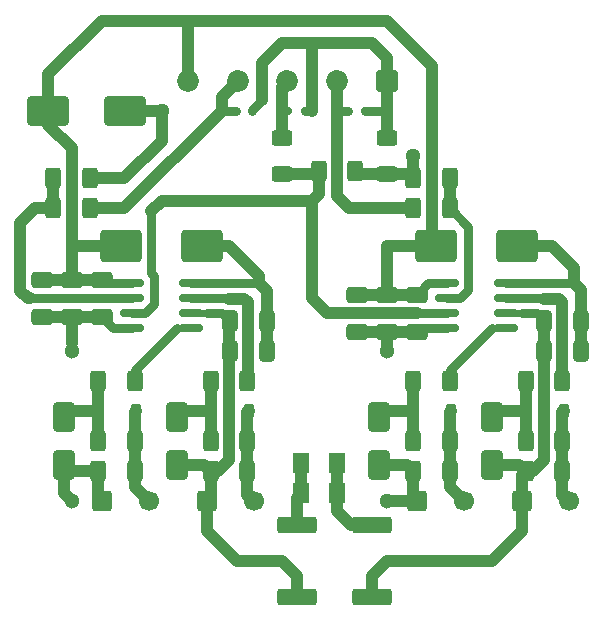
<source format=gbr>
G04 #@! TF.GenerationSoftware,KiCad,Pcbnew,7.0.10-7.0.10~ubuntu22.04.1*
G04 #@! TF.CreationDate,2024-03-13T13:14:23+01:00*
G04 #@! TF.ProjectId,vetrnik-H-bridge,76657472-6e69-46b2-9d48-2d6272696467,rev?*
G04 #@! TF.SameCoordinates,PX60e4b00PY791ddc0*
G04 #@! TF.FileFunction,Copper,L1,Top*
G04 #@! TF.FilePolarity,Positive*
%FSLAX46Y46*%
G04 Gerber Fmt 4.6, Leading zero omitted, Abs format (unit mm)*
G04 Created by KiCad (PCBNEW 7.0.10-7.0.10~ubuntu22.04.1) date 2024-03-13 13:14:23*
%MOMM*%
%LPD*%
G01*
G04 APERTURE LIST*
G04 Aperture macros list*
%AMRoundRect*
0 Rectangle with rounded corners*
0 $1 Rounding radius*
0 $2 $3 $4 $5 $6 $7 $8 $9 X,Y pos of 4 corners*
0 Add a 4 corners polygon primitive as box body*
4,1,4,$2,$3,$4,$5,$6,$7,$8,$9,$2,$3,0*
0 Add four circle primitives for the rounded corners*
1,1,$1+$1,$2,$3*
1,1,$1+$1,$4,$5*
1,1,$1+$1,$6,$7*
1,1,$1+$1,$8,$9*
0 Add four rect primitives between the rounded corners*
20,1,$1+$1,$2,$3,$4,$5,0*
20,1,$1+$1,$4,$5,$6,$7,0*
20,1,$1+$1,$6,$7,$8,$9,0*
20,1,$1+$1,$8,$9,$2,$3,0*%
G04 Aperture macros list end*
G04 #@! TA.AperFunction,SMDPad,CuDef*
%ADD10RoundRect,0.250000X-0.625000X0.400000X-0.625000X-0.400000X0.625000X-0.400000X0.625000X0.400000X0*%
G04 #@! TD*
G04 #@! TA.AperFunction,SMDPad,CuDef*
%ADD11RoundRect,0.250000X-1.500000X-1.000000X1.500000X-1.000000X1.500000X1.000000X-1.500000X1.000000X0*%
G04 #@! TD*
G04 #@! TA.AperFunction,SMDPad,CuDef*
%ADD12RoundRect,0.250000X-0.400000X-0.625000X0.400000X-0.625000X0.400000X0.625000X-0.400000X0.625000X0*%
G04 #@! TD*
G04 #@! TA.AperFunction,SMDPad,CuDef*
%ADD13RoundRect,0.250000X0.412500X0.650000X-0.412500X0.650000X-0.412500X-0.650000X0.412500X-0.650000X0*%
G04 #@! TD*
G04 #@! TA.AperFunction,SMDPad,CuDef*
%ADD14RoundRect,0.150000X0.150000X0.200000X-0.150000X0.200000X-0.150000X-0.200000X0.150000X-0.200000X0*%
G04 #@! TD*
G04 #@! TA.AperFunction,SMDPad,CuDef*
%ADD15RoundRect,0.250000X0.400000X0.625000X-0.400000X0.625000X-0.400000X-0.625000X0.400000X-0.625000X0*%
G04 #@! TD*
G04 #@! TA.AperFunction,SMDPad,CuDef*
%ADD16RoundRect,0.250000X-0.650000X0.412500X-0.650000X-0.412500X0.650000X-0.412500X0.650000X0.412500X0*%
G04 #@! TD*
G04 #@! TA.AperFunction,ComponentPad*
%ADD17RoundRect,0.250000X-0.600000X-0.600000X0.600000X-0.600000X0.600000X0.600000X-0.600000X0.600000X0*%
G04 #@! TD*
G04 #@! TA.AperFunction,ComponentPad*
%ADD18C,1.700000*%
G04 #@! TD*
G04 #@! TA.AperFunction,SMDPad,CuDef*
%ADD19RoundRect,0.250000X-0.650000X1.000000X-0.650000X-1.000000X0.650000X-1.000000X0.650000X1.000000X0*%
G04 #@! TD*
G04 #@! TA.AperFunction,SMDPad,CuDef*
%ADD20RoundRect,0.225000X-0.225000X-0.375000X0.225000X-0.375000X0.225000X0.375000X-0.225000X0.375000X0*%
G04 #@! TD*
G04 #@! TA.AperFunction,SMDPad,CuDef*
%ADD21RoundRect,0.250000X1.500000X1.100000X-1.500000X1.100000X-1.500000X-1.100000X1.500000X-1.100000X0*%
G04 #@! TD*
G04 #@! TA.AperFunction,SMDPad,CuDef*
%ADD22RoundRect,0.250001X0.462499X0.624999X-0.462499X0.624999X-0.462499X-0.624999X0.462499X-0.624999X0*%
G04 #@! TD*
G04 #@! TA.AperFunction,SMDPad,CuDef*
%ADD23RoundRect,0.249999X1.425001X-0.450001X1.425001X0.450001X-1.425001X0.450001X-1.425001X-0.450001X0*%
G04 #@! TD*
G04 #@! TA.AperFunction,SMDPad,CuDef*
%ADD24RoundRect,0.250000X0.625000X-0.400000X0.625000X0.400000X-0.625000X0.400000X-0.625000X-0.400000X0*%
G04 #@! TD*
G04 #@! TA.AperFunction,ComponentPad*
%ADD25RoundRect,0.250000X0.675000X0.675000X-0.675000X0.675000X-0.675000X-0.675000X0.675000X-0.675000X0*%
G04 #@! TD*
G04 #@! TA.AperFunction,ComponentPad*
%ADD26C,1.850000*%
G04 #@! TD*
G04 #@! TA.AperFunction,SMDPad,CuDef*
%ADD27RoundRect,0.150000X-0.825000X-0.150000X0.825000X-0.150000X0.825000X0.150000X-0.825000X0.150000X0*%
G04 #@! TD*
G04 #@! TA.AperFunction,SMDPad,CuDef*
%ADD28RoundRect,0.250001X-0.462499X-0.624999X0.462499X-0.624999X0.462499X0.624999X-0.462499X0.624999X0*%
G04 #@! TD*
G04 #@! TA.AperFunction,ViaPad*
%ADD29C,1.300000*%
G04 #@! TD*
G04 #@! TA.AperFunction,Conductor*
%ADD30C,1.000000*%
G04 #@! TD*
G04 #@! TA.AperFunction,Conductor*
%ADD31C,0.800000*%
G04 #@! TD*
G04 #@! TA.AperFunction,Conductor*
%ADD32C,0.600000*%
G04 #@! TD*
G04 APERTURE END LIST*
D10*
G04 #@! TO.P,R1,1*
G04 #@! TO.N,Net-(D1-A)*
X33020000Y43460000D03*
G04 #@! TO.P,R1,2*
G04 #@! TO.N,GNDPWR*
X33020000Y40360000D03*
G04 #@! TD*
D11*
G04 #@! TO.P,C1,1*
G04 #@! TO.N,+12P*
X4370000Y45720000D03*
G04 #@! TO.P,C1,2*
G04 #@! TO.N,GNDPWR*
X10870000Y45720000D03*
G04 #@! TD*
D12*
G04 #@! TO.P,R2,1*
G04 #@! TO.N,/IN1*
X4800000Y37465000D03*
G04 #@! TO.P,R2,2*
G04 #@! TO.N,/CONN_IN1*
X7900000Y37465000D03*
G04 #@! TD*
D13*
G04 #@! TO.P,C11,1*
G04 #@! TO.N,Net-(D7-K)*
X49480000Y27940000D03*
G04 #@! TO.P,C11,2*
G04 #@! TO.N,/AC2*
X46355000Y27940000D03*
G04 #@! TD*
D14*
G04 #@! TO.P,D2,1,K*
G04 #@! TO.N,/CONN_~{SD}*
X24700000Y45720000D03*
G04 #@! TO.P,D2,2,A*
G04 #@! TO.N,Net-(D1-A)*
X26100000Y45720000D03*
G04 #@! TD*
D15*
G04 #@! TO.P,R21,1*
G04 #@! TO.N,Net-(D15-A)*
X38380000Y15240000D03*
G04 #@! TO.P,R21,2*
G04 #@! TO.N,GNDPWR*
X35280000Y15240000D03*
G04 #@! TD*
D16*
G04 #@! TO.P,C2,1*
G04 #@! TO.N,+12P*
X3810000Y31407500D03*
G04 #@! TO.P,C2,2*
G04 #@! TO.N,GNDPWR*
X3810000Y28282500D03*
G04 #@! TD*
G04 #@! TO.P,C6,1*
G04 #@! TO.N,+12P*
X8890000Y31407500D03*
G04 #@! TO.P,C6,2*
G04 #@! TO.N,GNDPWR*
X8890000Y28282500D03*
G04 #@! TD*
D17*
G04 #@! TO.P,J5,1,Pin_1*
G04 #@! TO.N,GNDPWR*
X35560000Y12700000D03*
D18*
G04 #@! TO.P,J5,2,Pin_2*
G04 #@! TO.N,Net-(D15-A)*
X39560000Y12700000D03*
G04 #@! TD*
D16*
G04 #@! TO.P,C7,1*
G04 #@! TO.N,+12P*
X35560000Y30137500D03*
G04 #@! TO.P,C7,2*
G04 #@! TO.N,GNDPWR*
X35560000Y27012500D03*
G04 #@! TD*
D19*
G04 #@! TO.P,D8,1,A1*
G04 #@! TO.N,Net-(D12-K)*
X15240000Y19780000D03*
G04 #@! TO.P,D8,2,A2*
G04 #@! TO.N,/AC1*
X15240000Y15780000D03*
G04 #@! TD*
D13*
G04 #@! TO.P,C10,1*
G04 #@! TO.N,Net-(D6-K)*
X22860000Y27940000D03*
G04 #@! TO.P,C10,2*
G04 #@! TO.N,/AC1*
X19735000Y27940000D03*
G04 #@! TD*
D15*
G04 #@! TO.P,R7,1*
G04 #@! TO.N,/IN2*
X38380000Y40005000D03*
G04 #@! TO.P,R7,2*
G04 #@! TO.N,GNDPWR*
X35280000Y40005000D03*
G04 #@! TD*
D20*
G04 #@! TO.P,D13,1,K*
G04 #@! TO.N,Net-(D13-K)*
X8510000Y20320000D03*
G04 #@! TO.P,D13,2,A*
G04 #@! TO.N,Net-(D13-A)*
X11810000Y20320000D03*
G04 #@! TD*
D21*
G04 #@! TO.P,D6,1,K*
G04 #@! TO.N,Net-(D6-K)*
X17370000Y34290000D03*
G04 #@! TO.P,D6,2,A*
G04 #@! TO.N,+12P*
X10570000Y34290000D03*
G04 #@! TD*
D15*
G04 #@! TO.P,R10,1*
G04 #@! TO.N,Net-(U1-HO)*
X21235000Y22860000D03*
G04 #@! TO.P,R10,2*
G04 #@! TO.N,Net-(D12-K)*
X18135000Y22860000D03*
G04 #@! TD*
D12*
G04 #@! TO.P,R14,1*
G04 #@! TO.N,Net-(D12-K)*
X18135000Y17780000D03*
G04 #@! TO.P,R14,2*
G04 #@! TO.N,Net-(D12-A)*
X21235000Y17780000D03*
G04 #@! TD*
D19*
G04 #@! TO.P,D9,1,A1*
G04 #@! TO.N,Net-(D13-K)*
X5715000Y19780000D03*
G04 #@! TO.P,D9,2,A2*
G04 #@! TO.N,GNDPWR*
X5715000Y15780000D03*
G04 #@! TD*
D22*
G04 #@! TO.P,D4,1,K*
G04 #@! TO.N,Net-(D4-K)*
X28792500Y15875000D03*
G04 #@! TO.P,D4,2,A*
G04 #@! TO.N,Net-(D4-A)*
X25817500Y15875000D03*
G04 #@! TD*
D15*
G04 #@! TO.P,R4,1*
G04 #@! TO.N,/IN2*
X38380000Y37465000D03*
G04 #@! TO.P,R4,2*
G04 #@! TO.N,/CONN_IN2*
X35280000Y37465000D03*
G04 #@! TD*
D12*
G04 #@! TO.P,R6,1*
G04 #@! TO.N,/~{SD}*
X27279000Y40640000D03*
G04 #@! TO.P,R6,2*
G04 #@! TO.N,GNDPWR*
X30379000Y40640000D03*
G04 #@! TD*
D14*
G04 #@! TO.P,D3,1,K*
G04 #@! TO.N,/CONN_IN2*
X29780000Y45720000D03*
G04 #@! TO.P,D3,2,A*
G04 #@! TO.N,Net-(D1-A)*
X31180000Y45720000D03*
G04 #@! TD*
D20*
G04 #@! TO.P,D12,1,K*
G04 #@! TO.N,Net-(D12-K)*
X18035000Y20320000D03*
G04 #@! TO.P,D12,2,A*
G04 #@! TO.N,Net-(D12-A)*
X21335000Y20320000D03*
G04 #@! TD*
D16*
G04 #@! TO.P,C3,1*
G04 #@! TO.N,+12P*
X30480000Y30137500D03*
G04 #@! TO.P,C3,2*
G04 #@! TO.N,GNDPWR*
X30480000Y27012500D03*
G04 #@! TD*
D17*
G04 #@! TO.P,J2,1,Pin_1*
G04 #@! TO.N,/AC1*
X17780000Y12700000D03*
D18*
G04 #@! TO.P,J2,2,Pin_2*
G04 #@! TO.N,Net-(D12-A)*
X21780000Y12700000D03*
G04 #@! TD*
D20*
G04 #@! TO.P,D15,1,K*
G04 #@! TO.N,Net-(D11-A1)*
X35180000Y20320000D03*
G04 #@! TO.P,D15,2,A*
G04 #@! TO.N,Net-(D15-A)*
X38480000Y20320000D03*
G04 #@! TD*
D15*
G04 #@! TO.P,R13,1*
G04 #@! TO.N,Net-(U2-LO)*
X38380000Y22860000D03*
G04 #@! TO.P,R13,2*
G04 #@! TO.N,Net-(D11-A1)*
X35280000Y22860000D03*
G04 #@! TD*
G04 #@! TO.P,R12,1*
G04 #@! TO.N,Net-(U2-HO)*
X47905000Y22860000D03*
G04 #@! TO.P,R12,2*
G04 #@! TO.N,Net-(D10-A1)*
X44805000Y22860000D03*
G04 #@! TD*
G04 #@! TO.P,R19,1*
G04 #@! TO.N,Net-(D13-A)*
X11710000Y15240000D03*
G04 #@! TO.P,R19,2*
G04 #@! TO.N,GNDPWR*
X8610000Y15240000D03*
G04 #@! TD*
D23*
G04 #@! TO.P,R9,1*
G04 #@! TO.N,/AC2*
X31750000Y4570000D03*
G04 #@! TO.P,R9,2*
G04 #@! TO.N,Net-(D4-K)*
X31750000Y10670000D03*
G04 #@! TD*
D17*
G04 #@! TO.P,J4,1,Pin_1*
G04 #@! TO.N,/AC2*
X44450000Y12700000D03*
D18*
G04 #@! TO.P,J4,2,Pin_2*
G04 #@! TO.N,Net-(D14-A)*
X48450000Y12700000D03*
G04 #@! TD*
D23*
G04 #@! TO.P,R8,1*
G04 #@! TO.N,/AC1*
X25400000Y4570000D03*
G04 #@! TO.P,R8,2*
G04 #@! TO.N,Net-(D4-A)*
X25400000Y10670000D03*
G04 #@! TD*
D24*
G04 #@! TO.P,R3,1*
G04 #@! TO.N,/~{SD}*
X24130000Y40360000D03*
G04 #@! TO.P,R3,2*
G04 #@! TO.N,/CONN_~{SD}*
X24130000Y43460000D03*
G04 #@! TD*
D13*
G04 #@! TO.P,C9,1*
G04 #@! TO.N,Net-(D7-K)*
X49480000Y25400000D03*
G04 #@! TO.P,C9,2*
G04 #@! TO.N,/AC2*
X46355000Y25400000D03*
G04 #@! TD*
G04 #@! TO.P,C8,1*
G04 #@! TO.N,Net-(D6-K)*
X22860000Y25400000D03*
G04 #@! TO.P,C8,2*
G04 #@! TO.N,/AC1*
X19735000Y25400000D03*
G04 #@! TD*
D12*
G04 #@! TO.P,R15,1*
G04 #@! TO.N,Net-(D13-K)*
X8610000Y17780000D03*
G04 #@! TO.P,R15,2*
G04 #@! TO.N,Net-(D13-A)*
X11710000Y17780000D03*
G04 #@! TD*
D25*
G04 #@! TO.P,J1,1,Pin_1*
G04 #@! TO.N,Net-(D1-A)*
X33020000Y48260000D03*
D26*
G04 #@! TO.P,J1,2,Pin_2*
G04 #@! TO.N,/CONN_IN2*
X28820000Y48260000D03*
G04 #@! TO.P,J1,3,Pin_3*
G04 #@! TO.N,/CONN_~{SD}*
X24620000Y48260000D03*
G04 #@! TO.P,J1,4,Pin_4*
G04 #@! TO.N,/CONN_IN1*
X20420000Y48260000D03*
G04 #@! TO.P,J1,5,Pin_5*
G04 #@! TO.N,+12P*
X16220000Y48260000D03*
G04 #@! TD*
D20*
G04 #@! TO.P,D14,1,K*
G04 #@! TO.N,Net-(D10-A1)*
X44705000Y20320000D03*
G04 #@! TO.P,D14,2,A*
G04 #@! TO.N,Net-(D14-A)*
X48005000Y20320000D03*
G04 #@! TD*
D12*
G04 #@! TO.P,R16,1*
G04 #@! TO.N,Net-(D10-A1)*
X44805000Y17780000D03*
G04 #@! TO.P,R16,2*
G04 #@! TO.N,Net-(D14-A)*
X47905000Y17780000D03*
G04 #@! TD*
D15*
G04 #@! TO.P,R11,1*
G04 #@! TO.N,Net-(U1-LO)*
X11710000Y22860000D03*
G04 #@! TO.P,R11,2*
G04 #@! TO.N,Net-(D13-K)*
X8610000Y22860000D03*
G04 #@! TD*
D19*
G04 #@! TO.P,D10,1,A1*
G04 #@! TO.N,Net-(D10-A1)*
X41910000Y19780000D03*
G04 #@! TO.P,D10,2,A2*
G04 #@! TO.N,/AC2*
X41910000Y15780000D03*
G04 #@! TD*
D27*
G04 #@! TO.P,U2,1,VCC*
G04 #@! TO.N,+12P*
X38165000Y31115000D03*
G04 #@! TO.P,U2,2,IN*
G04 #@! TO.N,/IN2*
X38165000Y29845000D03*
G04 #@! TO.P,U2,3,~{SD}*
G04 #@! TO.N,/~{SD}*
X38165000Y28575000D03*
G04 #@! TO.P,U2,4,COM*
G04 #@! TO.N,GNDPWR*
X38165000Y27305000D03*
G04 #@! TO.P,U2,5,LO*
G04 #@! TO.N,Net-(U2-LO)*
X43115000Y27305000D03*
G04 #@! TO.P,U2,6,VS*
G04 #@! TO.N,/AC2*
X43115000Y28575000D03*
G04 #@! TO.P,U2,7,HO*
G04 #@! TO.N,Net-(U2-HO)*
X43115000Y29845000D03*
G04 #@! TO.P,U2,8,VB*
G04 #@! TO.N,Net-(D7-K)*
X43115000Y31115000D03*
G04 #@! TD*
D15*
G04 #@! TO.P,R20,1*
G04 #@! TO.N,Net-(D14-A)*
X47905000Y15240000D03*
G04 #@! TO.P,R20,2*
G04 #@! TO.N,/AC2*
X44805000Y15240000D03*
G04 #@! TD*
D21*
G04 #@! TO.P,D7,1,K*
G04 #@! TO.N,Net-(D7-K)*
X44040000Y34290000D03*
G04 #@! TO.P,D7,2,A*
G04 #@! TO.N,+12P*
X37240000Y34290000D03*
G04 #@! TD*
D28*
G04 #@! TO.P,D5,1,K*
G04 #@! TO.N,Net-(D4-A)*
X25817500Y13335000D03*
G04 #@! TO.P,D5,2,A*
G04 #@! TO.N,Net-(D4-K)*
X28792500Y13335000D03*
G04 #@! TD*
D19*
G04 #@! TO.P,D11,1,A1*
G04 #@! TO.N,Net-(D11-A1)*
X32385000Y19780000D03*
G04 #@! TO.P,D11,2,A2*
G04 #@! TO.N,GNDPWR*
X32385000Y15780000D03*
G04 #@! TD*
D12*
G04 #@! TO.P,R5,1*
G04 #@! TO.N,/IN1*
X4800000Y40005000D03*
G04 #@! TO.P,R5,2*
G04 #@! TO.N,GNDPWR*
X7900000Y40005000D03*
G04 #@! TD*
D17*
G04 #@! TO.P,J3,1,Pin_1*
G04 #@! TO.N,GNDPWR*
X8890000Y12700000D03*
D18*
G04 #@! TO.P,J3,2,Pin_2*
G04 #@! TO.N,Net-(D13-A)*
X12890000Y12700000D03*
G04 #@! TD*
D27*
G04 #@! TO.P,U1,1,VCC*
G04 #@! TO.N,+12P*
X11495000Y31115000D03*
G04 #@! TO.P,U1,2,IN*
G04 #@! TO.N,/IN1*
X11495000Y29845000D03*
G04 #@! TO.P,U1,3,~{SD}*
G04 #@! TO.N,/~{SD}*
X11495000Y28575000D03*
G04 #@! TO.P,U1,4,COM*
G04 #@! TO.N,GNDPWR*
X11495000Y27305000D03*
G04 #@! TO.P,U1,5,LO*
G04 #@! TO.N,Net-(U1-LO)*
X16445000Y27305000D03*
G04 #@! TO.P,U1,6,VS*
G04 #@! TO.N,/AC1*
X16445000Y28575000D03*
G04 #@! TO.P,U1,7,HO*
G04 #@! TO.N,Net-(U1-HO)*
X16445000Y29845000D03*
G04 #@! TO.P,U1,8,VB*
G04 #@! TO.N,Net-(D6-K)*
X16445000Y31115000D03*
G04 #@! TD*
D16*
G04 #@! TO.P,C4,1*
G04 #@! TO.N,+12P*
X6350000Y31407500D03*
G04 #@! TO.P,C4,2*
G04 #@! TO.N,GNDPWR*
X6350000Y28282500D03*
G04 #@! TD*
D12*
G04 #@! TO.P,R17,1*
G04 #@! TO.N,Net-(D11-A1)*
X35280000Y17780000D03*
G04 #@! TO.P,R17,2*
G04 #@! TO.N,Net-(D15-A)*
X38380000Y17780000D03*
G04 #@! TD*
D15*
G04 #@! TO.P,R18,1*
G04 #@! TO.N,Net-(D12-A)*
X21235000Y15240000D03*
G04 #@! TO.P,R18,2*
G04 #@! TO.N,/AC1*
X18135000Y15240000D03*
G04 #@! TD*
D14*
G04 #@! TO.P,D1,1,K*
G04 #@! TO.N,/CONN_IN1*
X20255000Y45720000D03*
G04 #@! TO.P,D1,2,A*
G04 #@! TO.N,Net-(D1-A)*
X21655000Y45720000D03*
G04 #@! TD*
D16*
G04 #@! TO.P,C5,1*
G04 #@! TO.N,+12P*
X33020000Y30137500D03*
G04 #@! TO.P,C5,2*
G04 #@! TO.N,GNDPWR*
X33020000Y27012500D03*
G04 #@! TD*
D29*
G04 #@! TO.N,GNDPWR*
X35280000Y41910000D03*
X6350000Y25400000D03*
X33020000Y25400000D03*
X6350000Y12700000D03*
X13970000Y45720000D03*
X33020000Y12700000D03*
G04 #@! TD*
D30*
G04 #@! TO.N,/CONN_IN2*
X28820000Y45720000D02*
X28829000Y45711000D01*
X28829000Y45711000D02*
X28829000Y38481000D01*
X28829000Y38481000D02*
X29845000Y37465000D01*
G04 #@! TO.N,GNDPWR*
X35280000Y40005000D02*
X35280000Y41910000D01*
G04 #@! TO.N,/~{SD}*
X24130000Y40360000D02*
X26999000Y40360000D01*
X26999000Y40360000D02*
X27279000Y40640000D01*
X26670000Y38100000D02*
X27279000Y38709000D01*
X27279000Y38709000D02*
X27279000Y40640000D01*
G04 #@! TO.N,GNDPWR*
X33020000Y40360000D02*
X30659000Y40360000D01*
X30659000Y40360000D02*
X30379000Y40640000D01*
X33020000Y40360000D02*
X34925000Y40360000D01*
X34925000Y40360000D02*
X35280000Y40005000D01*
D31*
G04 #@! TO.N,Net-(D1-A)*
X26100000Y45720000D02*
X26670000Y45720000D01*
D30*
X26670000Y45720000D02*
X26670000Y51435000D01*
X33020000Y48260000D02*
X33020000Y45720000D01*
X33020000Y45720000D02*
X33020000Y43460000D01*
D31*
X31180000Y45720000D02*
X33020000Y45720000D01*
D30*
G04 #@! TO.N,+12P*
X4370000Y48820000D02*
X8890000Y53340000D01*
D31*
X11495000Y31115000D02*
X9182500Y31115000D01*
D30*
X16510000Y53340000D02*
X33020000Y53340000D01*
X33020000Y53340000D02*
X36830000Y49530000D01*
X4370000Y45720000D02*
X4370000Y48820000D01*
X6350000Y31407500D02*
X6350000Y42545000D01*
X36830000Y49530000D02*
X36830000Y34700000D01*
X36830000Y34700000D02*
X37240000Y34290000D01*
X6350000Y42545000D02*
X4370000Y44525000D01*
X33020000Y34290000D02*
X33020000Y30772500D01*
X37240000Y34290000D02*
X33020000Y34290000D01*
X4370000Y44525000D02*
X4370000Y45720000D01*
X16220000Y48260000D02*
X16220000Y53050000D01*
X16220000Y53050000D02*
X16510000Y53340000D01*
X8890000Y53340000D02*
X16510000Y53340000D01*
D31*
X36537500Y31115000D02*
X35560000Y30137500D01*
X38165000Y31115000D02*
X36537500Y31115000D01*
D30*
X6350000Y34290000D02*
X10570000Y34290000D01*
X30480000Y30137500D02*
X35560000Y30137500D01*
D31*
X9182500Y31115000D02*
X8890000Y31407500D01*
D30*
X3810000Y31407500D02*
X8890000Y31407500D01*
G04 #@! TO.N,GNDPWR*
X5715000Y13335000D02*
X6350000Y12700000D01*
X6255000Y15240000D02*
X5715000Y15780000D01*
G04 #@! TO.N,Net-(D1-A)*
X31750000Y51435000D02*
X26670000Y51435000D01*
D31*
X21655000Y45720000D02*
X21655000Y45785000D01*
D30*
G04 #@! TO.N,GNDPWR*
X13970000Y45720000D02*
X10870000Y45720000D01*
G04 #@! TO.N,Net-(D1-A)*
X33020000Y50165000D02*
X31750000Y51435000D01*
X22479000Y49784000D02*
X24130000Y51435000D01*
X24130000Y51435000D02*
X26670000Y51435000D01*
D31*
G04 #@! TO.N,GNDPWR*
X11495000Y27305000D02*
X9867500Y27305000D01*
X38165000Y27305000D02*
X35852500Y27305000D01*
D30*
G04 #@! TO.N,Net-(D1-A)*
X33020000Y48260000D02*
X33020000Y50165000D01*
G04 #@! TO.N,GNDPWR*
X33020000Y27012500D02*
X33020000Y25400000D01*
G04 #@! TO.N,Net-(D1-A)*
X22479000Y46609000D02*
X22479000Y49784000D01*
G04 #@! TO.N,GNDPWR*
X32385000Y15780000D02*
X34740000Y15780000D01*
D31*
X35852500Y27305000D02*
X35560000Y27012500D01*
D30*
X8610000Y12980000D02*
X8890000Y12700000D01*
X7900000Y40005000D02*
X10795000Y40005000D01*
X35280000Y12980000D02*
X35560000Y12700000D01*
X13970000Y43180000D02*
X13970000Y45720000D01*
X9245000Y13055000D02*
X8890000Y12700000D01*
X10795000Y40005000D02*
X13970000Y43180000D01*
X35560000Y12700000D02*
X33020000Y12700000D01*
X8610000Y15240000D02*
X6255000Y15240000D01*
X3810000Y28282500D02*
X8890000Y28282500D01*
D31*
G04 #@! TO.N,Net-(D1-A)*
X21655000Y45785000D02*
X22479000Y46609000D01*
D30*
G04 #@! TO.N,GNDPWR*
X5715000Y15780000D02*
X5715000Y13335000D01*
X8610000Y15240000D02*
X8610000Y12980000D01*
X34740000Y15780000D02*
X35280000Y15240000D01*
X35280000Y15240000D02*
X35280000Y12980000D01*
D31*
X9867500Y27305000D02*
X8890000Y28282500D01*
D30*
X6350000Y28282500D02*
X6350000Y26035000D01*
X30480000Y27012500D02*
X35560000Y27012500D01*
G04 #@! TO.N,Net-(D7-K)*
X48895000Y31115000D02*
X48895000Y32385000D01*
X48895000Y32385000D02*
X46990000Y34290000D01*
X49480000Y25400000D02*
X49480000Y30530000D01*
D31*
X43115000Y31115000D02*
X48895000Y31115000D01*
D30*
X46990000Y34290000D02*
X44040000Y34290000D01*
X49480000Y30530000D02*
X48895000Y31115000D01*
G04 #@! TO.N,/CONN_IN1*
X19050000Y45720000D02*
X10795000Y37465000D01*
X19050000Y46890000D02*
X19050000Y45720000D01*
D31*
X20255000Y45720000D02*
X19050000Y45720000D01*
D30*
X10795000Y37465000D02*
X7900000Y37465000D01*
X20420000Y48260000D02*
X19050000Y46890000D01*
G04 #@! TO.N,/CONN_~{SD}*
X24130000Y47770000D02*
X24620000Y48260000D01*
X24130000Y43460000D02*
X24130000Y47770000D01*
G04 #@! TO.N,/CONN_IN2*
X28820000Y48260000D02*
X28820000Y45720000D01*
X29845000Y37465000D02*
X35280000Y37465000D01*
D31*
X29780000Y45720000D02*
X28820000Y45720000D01*
D30*
G04 #@! TO.N,Net-(D13-K)*
X6255000Y20320000D02*
X5715000Y19780000D01*
X8510000Y20320000D02*
X6255000Y20320000D01*
X8610000Y17780000D02*
X8610000Y22860000D01*
D32*
G04 #@! TO.N,/AC1*
X16445000Y28575000D02*
X17780000Y28575000D01*
D30*
X24130000Y7620000D02*
X25400000Y6350000D01*
X18785000Y15240000D02*
X18135000Y15240000D01*
X17780000Y12700000D02*
X17780000Y10160000D01*
D31*
X19685000Y27940000D02*
X19050000Y28575000D01*
D30*
X19685000Y16140000D02*
X18785000Y15240000D01*
X20320000Y7620000D02*
X24130000Y7620000D01*
X18135000Y15240000D02*
X18135000Y13055000D01*
X19685000Y27940000D02*
X19685000Y16140000D01*
X18135000Y13055000D02*
X17780000Y12700000D01*
X17595000Y15780000D02*
X18135000Y15240000D01*
X25400000Y6350000D02*
X25400000Y4570000D01*
X17780000Y10160000D02*
X20320000Y7620000D01*
X15240000Y15780000D02*
X17595000Y15780000D01*
D31*
X17780000Y28575000D02*
X19050000Y28575000D01*
D30*
G04 #@! TO.N,Net-(D10-A1)*
X42450000Y20320000D02*
X41910000Y19780000D01*
X44805000Y22860000D02*
X44805000Y17780000D01*
X44705000Y22760000D02*
X44805000Y22860000D01*
X44705000Y20320000D02*
X42450000Y20320000D01*
X44705000Y17880000D02*
X44805000Y17780000D01*
G04 #@! TO.N,Net-(D11-A1)*
X32925000Y20320000D02*
X32385000Y19780000D01*
X35280000Y22860000D02*
X35280000Y20420000D01*
X35280000Y20420000D02*
X35180000Y20320000D01*
X35180000Y20320000D02*
X32925000Y20320000D01*
X35280000Y17780000D02*
X35280000Y20220000D01*
X35280000Y20220000D02*
X35180000Y20320000D01*
G04 #@! TO.N,/AC2*
X41910000Y7620000D02*
X33020000Y7620000D01*
X44450000Y12700000D02*
X44450000Y14885000D01*
X44450000Y12700000D02*
X44450000Y10160000D01*
X46355000Y27940000D02*
X46355000Y25400000D01*
X44265000Y15780000D02*
X44805000Y15240000D01*
D32*
X44450000Y28575000D02*
X43115000Y28575000D01*
D31*
X44450000Y28575000D02*
X45720000Y28575000D01*
D30*
X46355000Y16140000D02*
X46355000Y25400000D01*
X44450000Y14885000D02*
X44805000Y15240000D01*
X33020000Y7620000D02*
X31750000Y6350000D01*
X44450000Y10160000D02*
X41910000Y7620000D01*
X41910000Y15780000D02*
X44265000Y15780000D01*
X45455000Y15240000D02*
X46355000Y16140000D01*
D31*
X45720000Y28575000D02*
X46355000Y27940000D01*
D30*
X44805000Y15240000D02*
X45455000Y15240000D01*
X31750000Y6350000D02*
X31750000Y4570000D01*
G04 #@! TO.N,Net-(D13-A)*
X11710000Y13880000D02*
X12890000Y12700000D01*
X11710000Y17780000D02*
X11710000Y20220000D01*
X11710000Y15240000D02*
X11710000Y17780000D01*
X11710000Y20220000D02*
X11810000Y20320000D01*
X11710000Y15240000D02*
X11710000Y13880000D01*
G04 #@! TO.N,Net-(D14-A)*
X47905000Y15240000D02*
X47905000Y17780000D01*
X47905000Y13245000D02*
X48450000Y12700000D01*
X47905000Y20220000D02*
X48005000Y20320000D01*
X47905000Y17780000D02*
X47905000Y20220000D01*
X47905000Y15240000D02*
X47905000Y13245000D01*
G04 #@! TO.N,Net-(D15-A)*
X38380000Y15240000D02*
X38380000Y17780000D01*
X38380000Y17780000D02*
X38380000Y20220000D01*
X38380000Y20220000D02*
X38480000Y20320000D01*
X38380000Y13880000D02*
X39560000Y12700000D01*
X38380000Y15240000D02*
X38380000Y13880000D01*
G04 #@! TO.N,/IN1*
X2010000Y36195000D02*
X3280000Y37465000D01*
X4800000Y37465000D02*
X4800000Y40005000D01*
D31*
X11495000Y29845000D02*
X2818148Y29845000D01*
D30*
X2676726Y29845000D02*
X2010000Y30511726D01*
X2818148Y29845000D02*
X2676726Y29845000D01*
X2010000Y30511726D02*
X2010000Y36195000D01*
X3280000Y37465000D02*
X4800000Y37465000D01*
D31*
G04 #@! TO.N,/~{SD}*
X13335000Y31750000D02*
X13120000Y31965000D01*
X11495000Y28575000D02*
X12547660Y28575000D01*
D30*
X13120000Y37250000D02*
X13970000Y38100000D01*
D31*
X13120000Y31965000D02*
X13120000Y34925000D01*
X12547660Y28575000D02*
X13335000Y29362340D01*
D30*
X35560000Y28575000D02*
X27940000Y28575000D01*
D31*
X13120000Y34925000D02*
X13120000Y37250000D01*
X13335000Y29362340D02*
X13335000Y31750000D01*
D30*
X13970000Y38100000D02*
X26670000Y38100000D01*
X26670000Y29845000D02*
X26670000Y38100000D01*
D31*
X38165000Y28575000D02*
X35560000Y28575000D01*
D30*
X27940000Y28575000D02*
X26670000Y29845000D01*
D31*
G04 #@! TO.N,/IN2*
X38165000Y29845000D02*
X39217660Y29845000D01*
D30*
X38380000Y37465000D02*
X38380000Y40005000D01*
D31*
X39217660Y29845000D02*
X39940000Y30567340D01*
X39940000Y30567340D02*
X39940000Y35905000D01*
X39940000Y35905000D02*
X38380000Y37465000D01*
D30*
G04 #@! TO.N,Net-(U1-HO)*
X20985000Y29815000D02*
X19685000Y29815000D01*
D31*
X16445000Y29845000D02*
X19685000Y29845000D01*
D30*
X21297500Y29502500D02*
X20985000Y29815000D01*
X21235000Y22860000D02*
X21297500Y22922500D01*
X21297500Y22922500D02*
X21297500Y29502500D01*
D32*
G04 #@! TO.N,Net-(U1-LO)*
X16445000Y27305000D02*
X15240000Y27305000D01*
D31*
X11710000Y23775000D02*
X11710000Y22860000D01*
X15240000Y27305000D02*
X11710000Y23775000D01*
D30*
G04 #@! TO.N,Net-(U2-HO)*
X47905000Y22860000D02*
X47917500Y22872500D01*
X47625000Y29815000D02*
X46385000Y29815000D01*
X47917500Y22872500D02*
X47917500Y29522500D01*
X47917500Y29522500D02*
X47625000Y29815000D01*
D31*
X43115000Y29845000D02*
X46355000Y29845000D01*
G04 #@! TO.N,Net-(U2-LO)*
X41910000Y27305000D02*
X38380000Y23775000D01*
D32*
X43115000Y27305000D02*
X41910000Y27305000D01*
D31*
X38380000Y23775000D02*
X38380000Y22860000D01*
D30*
G04 #@! TO.N,Net-(D6-K)*
X19685000Y34290000D02*
X22225000Y31750000D01*
D31*
X16445000Y31115000D02*
X20955000Y31115000D01*
D30*
X22860000Y30480000D02*
X22225000Y31115000D01*
X17370000Y34290000D02*
X19685000Y34290000D01*
X22225000Y31750000D02*
X22225000Y31115000D01*
X22860000Y25400000D02*
X22860000Y30480000D01*
D31*
X22225000Y31115000D02*
X20955000Y31115000D01*
D30*
G04 #@! TO.N,Net-(D4-K)*
X28792500Y11847500D02*
X29970000Y10670000D01*
X28792500Y15875000D02*
X28792500Y13335000D01*
X28792500Y13335000D02*
X28792500Y11847500D01*
X29970000Y10670000D02*
X31750000Y10670000D01*
G04 #@! TO.N,Net-(D4-A)*
X25817500Y15875000D02*
X25817500Y13335000D01*
X25400000Y10670000D02*
X25400000Y12917500D01*
X25400000Y12917500D02*
X25817500Y13335000D01*
G04 #@! TO.N,Net-(D12-K)*
X18035000Y20320000D02*
X15780000Y20320000D01*
X18035000Y17880000D02*
X18135000Y17780000D01*
X15780000Y20320000D02*
X15240000Y19780000D01*
X18035000Y22760000D02*
X18135000Y22860000D01*
X18135000Y17780000D02*
X18135000Y22860000D01*
G04 #@! TO.N,Net-(D12-A)*
X21235000Y20220000D02*
X21335000Y20320000D01*
X21235000Y15240000D02*
X21235000Y13245000D01*
X21235000Y13245000D02*
X21780000Y12700000D01*
X21235000Y17780000D02*
X21235000Y20220000D01*
X21235000Y17780000D02*
X21235000Y15240000D01*
G04 #@! TD*
M02*

</source>
